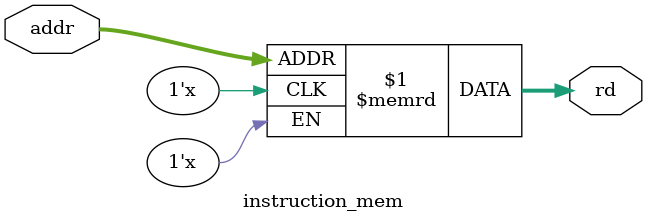
<source format=sv>
module instruction_mem
#(
	parameter INSTR_MEM_SIZE = 32
)
(
	input 	logic [31:0] addr,
	output 	logic [31:0] rd
	
);


logic [31:0] mem [INSTR_MEM_SIZE-1:0]; //memory size for instructions

assign rd = mem[addr];

/*
initial begin
	 $readmemh ("program.hex", mem); 	// load program from file " program.hex "
end 
*/

endmodule 

</source>
